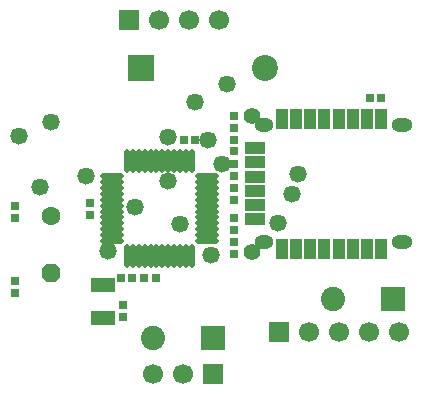
<source format=gbs>
G04 Layer_Color=16711935*
%FSLAX42Y42*%
%MOMM*%
G71*
G01*
G75*
%ADD39R,0.80X0.70*%
%ADD42R,0.70X0.80*%
%ADD46R,1.70X1.70*%
%ADD47C,1.70*%
%ADD48R,2.20X2.20*%
%ADD49C,2.20*%
%ADD50C,1.60*%
%ADD51P,1.74X8X112.5*%
%ADD52R,2.05X2.05*%
%ADD53C,2.05*%
%ADD54C,1.47*%
%ADD55O,1.60X1.20*%
%ADD56O,1.80X1.20*%
%ADD57R,1.70X1.00*%
%ADD58R,1.00X1.70*%
%ADD59C,1.40*%
%ADD60O,2.00X0.50*%
%ADD61O,0.50X2.00*%
%ADD62R,2.00X1.20*%
D39*
X1550Y2286D02*
D03*
X1650D02*
D03*
X1117Y1118D02*
D03*
X1017D02*
D03*
X1319D02*
D03*
X1219D02*
D03*
X3125Y2642D02*
D03*
X3225D02*
D03*
D42*
X1981Y2286D02*
D03*
Y2186D02*
D03*
Y1878D02*
D03*
Y1778D02*
D03*
Y1524D02*
D03*
Y1624D02*
D03*
Y2387D02*
D03*
Y2487D02*
D03*
Y1982D02*
D03*
Y2082D02*
D03*
X127Y1091D02*
D03*
Y991D02*
D03*
Y1626D02*
D03*
Y1726D02*
D03*
X1041Y888D02*
D03*
Y788D02*
D03*
X1981Y1421D02*
D03*
Y1321D02*
D03*
X762Y1752D02*
D03*
Y1652D02*
D03*
D46*
X2358Y660D02*
D03*
X1803Y305D02*
D03*
X1092Y3302D02*
D03*
D47*
X2612Y660D02*
D03*
X2866D02*
D03*
X3120D02*
D03*
X3374D02*
D03*
X1295Y305D02*
D03*
X1549D02*
D03*
X1346Y3302D02*
D03*
X1600D02*
D03*
X1854D02*
D03*
D48*
X1194Y2896D02*
D03*
D49*
X2240D02*
D03*
D50*
X432Y1641D02*
D03*
D51*
Y1153D02*
D03*
D52*
X3327Y940D02*
D03*
X1803Y610D02*
D03*
D53*
X2819Y940D02*
D03*
X1295Y610D02*
D03*
D54*
X338Y1882D02*
D03*
X424Y2438D02*
D03*
X1753Y2281D02*
D03*
X1415Y1933D02*
D03*
X2347Y1580D02*
D03*
X155Y2316D02*
D03*
X1643Y2603D02*
D03*
X1420Y2311D02*
D03*
X2466Y1824D02*
D03*
X2517Y1994D02*
D03*
X1521Y1573D02*
D03*
X1136Y1712D02*
D03*
X724Y1977D02*
D03*
X1783Y1306D02*
D03*
X1875Y2080D02*
D03*
X914Y1339D02*
D03*
X1918Y2761D02*
D03*
D55*
X2233Y2408D02*
D03*
Y1418D02*
D03*
D56*
X3403Y2408D02*
D03*
Y1418D02*
D03*
D57*
X2158Y2213D02*
D03*
Y2093D02*
D03*
Y1973D02*
D03*
Y1853D02*
D03*
Y1733D02*
D03*
Y1613D02*
D03*
D58*
X2383Y2463D02*
D03*
X2503D02*
D03*
X2623D02*
D03*
X2743D02*
D03*
X2863D02*
D03*
X2983D02*
D03*
X3103D02*
D03*
X3223D02*
D03*
Y1363D02*
D03*
X3103D02*
D03*
X2983D02*
D03*
X2863D02*
D03*
X2743D02*
D03*
X2623D02*
D03*
X2503D02*
D03*
X2383D02*
D03*
D59*
X2133Y1338D02*
D03*
Y2488D02*
D03*
D60*
X941Y1427D02*
D03*
Y1477D02*
D03*
Y1527D02*
D03*
Y1577D02*
D03*
Y1627D02*
D03*
Y1677D02*
D03*
Y1727D02*
D03*
Y1777D02*
D03*
Y1827D02*
D03*
Y1877D02*
D03*
Y1927D02*
D03*
Y1977D02*
D03*
X1751D02*
D03*
Y1927D02*
D03*
Y1877D02*
D03*
Y1827D02*
D03*
Y1777D02*
D03*
Y1727D02*
D03*
Y1677D02*
D03*
Y1627D02*
D03*
Y1577D02*
D03*
Y1527D02*
D03*
Y1477D02*
D03*
Y1427D02*
D03*
D61*
X1071Y2107D02*
D03*
X1121D02*
D03*
X1171D02*
D03*
X1221D02*
D03*
X1271D02*
D03*
X1321D02*
D03*
X1371D02*
D03*
X1421D02*
D03*
X1471D02*
D03*
X1521D02*
D03*
X1571D02*
D03*
X1621D02*
D03*
Y1297D02*
D03*
X1571D02*
D03*
X1521D02*
D03*
X1471D02*
D03*
X1421D02*
D03*
X1371D02*
D03*
X1321D02*
D03*
X1271D02*
D03*
X1221D02*
D03*
X1171D02*
D03*
X1121D02*
D03*
X1071D02*
D03*
D62*
X864Y1054D02*
D03*
Y775D02*
D03*
M02*

</source>
